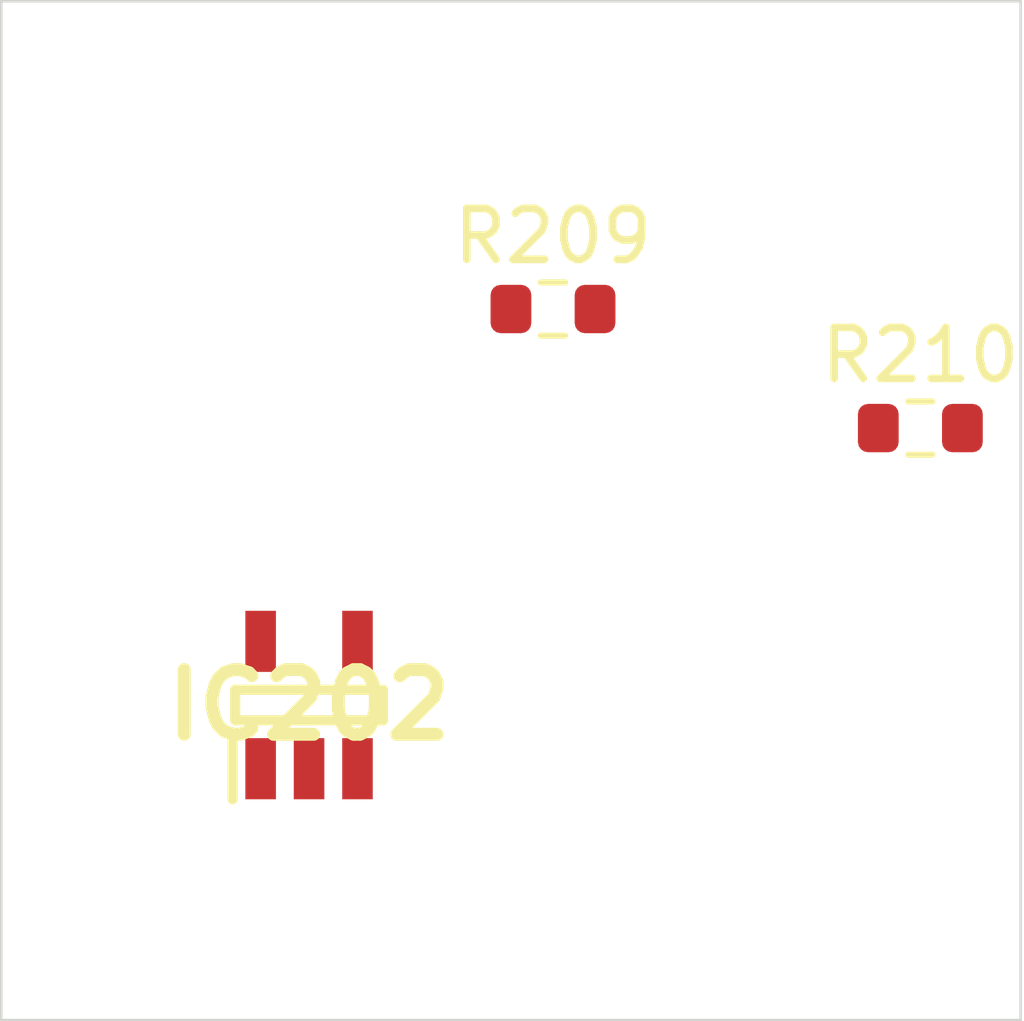
<source format=kicad_pcb>
 ( kicad_pcb  ( version 20171130 )
 ( host pcbnew 5.1.12-84ad8e8a86~92~ubuntu18.04.1 )
 ( general  ( thickness 1.6 )
 ( drawings 4 )
 ( tracks 0 )
 ( zones 0 )
 ( modules 3 )
 ( nets 5 )
)
 ( page A4 )
 ( layers  ( 0 F.Cu signal )
 ( 31 B.Cu signal )
 ( 32 B.Adhes user )
 ( 33 F.Adhes user )
 ( 34 B.Paste user )
 ( 35 F.Paste user )
 ( 36 B.SilkS user )
 ( 37 F.SilkS user )
 ( 38 B.Mask user )
 ( 39 F.Mask user )
 ( 40 Dwgs.User user )
 ( 41 Cmts.User user )
 ( 42 Eco1.User user )
 ( 43 Eco2.User user )
 ( 44 Edge.Cuts user )
 ( 45 Margin user )
 ( 46 B.CrtYd user )
 ( 47 F.CrtYd user )
 ( 48 B.Fab user )
 ( 49 F.Fab user )
)
 ( setup  ( last_trace_width 0.25 )
 ( trace_clearance 0.2 )
 ( zone_clearance 0.508 )
 ( zone_45_only no )
 ( trace_min 0.2 )
 ( via_size 0.8 )
 ( via_drill 0.4 )
 ( via_min_size 0.4 )
 ( via_min_drill 0.3 )
 ( uvia_size 0.3 )
 ( uvia_drill 0.1 )
 ( uvias_allowed no )
 ( uvia_min_size 0.2 )
 ( uvia_min_drill 0.1 )
 ( edge_width 0.05 )
 ( segment_width 0.2 )
 ( pcb_text_width 0.3 )
 ( pcb_text_size 1.5 1.5 )
 ( mod_edge_width 0.12 )
 ( mod_text_size 1 1 )
 ( mod_text_width 0.15 )
 ( pad_size 1.524 1.524 )
 ( pad_drill 0.762 )
 ( pad_to_mask_clearance 0 )
 ( aux_axis_origin 0 0 )
 ( visible_elements FFFFFF7F )
 ( pcbplotparams  ( layerselection 0x010fc_ffffffff )
 ( usegerberextensions false )
 ( usegerberattributes true )
 ( usegerberadvancedattributes true )
 ( creategerberjobfile true )
 ( excludeedgelayer true )
 ( linewidth 0.100000 )
 ( plotframeref false )
 ( viasonmask false )
 ( mode 1 )
 ( useauxorigin false )
 ( hpglpennumber 1 )
 ( hpglpenspeed 20 )
 ( hpglpendiameter 15.000000 )
 ( psnegative false )
 ( psa4output false )
 ( plotreference true )
 ( plotvalue true )
 ( plotinvisibletext false )
 ( padsonsilk false )
 ( subtractmaskfromsilk false )
 ( outputformat 1 )
 ( mirror false )
 ( drillshape 1 )
 ( scaleselection 1 )
 ( outputdirectory "" )
)
)
 ( net 0 "" )
 ( net 1 GND )
 ( net 2 VDDA )
 ( net 3 /Sheet6235D886/vp )
 ( net 4 "Net-(IC202-Pad3)" )
 ( net_class Default "This is the default net class."  ( clearance 0.2 )
 ( trace_width 0.25 )
 ( via_dia 0.8 )
 ( via_drill 0.4 )
 ( uvia_dia 0.3 )
 ( uvia_drill 0.1 )
 ( add_net /Sheet6235D886/vp )
 ( add_net GND )
 ( add_net "Net-(IC202-Pad3)" )
 ( add_net VDDA )
)
 ( module SOT95P280X145-5N locked  ( layer F.Cu )
 ( tedit 62336ED7 )
 ( tstamp 623423ED )
 ( at 86.038900 113.815000 90.000000 )
 ( descr DBV0005A )
 ( tags "Integrated Circuit" )
 ( path /6235D887/6266C08E )
 ( attr smd )
 ( fp_text reference IC202  ( at 0 0 )
 ( layer F.SilkS )
 ( effects  ( font  ( size 1.27 1.27 )
 ( thickness 0.254 )
)
)
)
 ( fp_text value TL071HIDBVR  ( at 0 0 )
 ( layer F.SilkS )
hide  ( effects  ( font  ( size 1.27 1.27 )
 ( thickness 0.254 )
)
)
)
 ( fp_line  ( start -1.85 -1.5 )
 ( end -0.65 -1.5 )
 ( layer F.SilkS )
 ( width 0.2 )
)
 ( fp_line  ( start -0.3 1.45 )
 ( end -0.3 -1.45 )
 ( layer F.SilkS )
 ( width 0.2 )
)
 ( fp_line  ( start 0.3 1.45 )
 ( end -0.3 1.45 )
 ( layer F.SilkS )
 ( width 0.2 )
)
 ( fp_line  ( start 0.3 -1.45 )
 ( end 0.3 1.45 )
 ( layer F.SilkS )
 ( width 0.2 )
)
 ( fp_line  ( start -0.3 -1.45 )
 ( end 0.3 -1.45 )
 ( layer F.SilkS )
 ( width 0.2 )
)
 ( fp_line  ( start -0.8 -0.5 )
 ( end 0.15 -1.45 )
 ( layer Dwgs.User )
 ( width 0.1 )
)
 ( fp_line  ( start -0.8 1.45 )
 ( end -0.8 -1.45 )
 ( layer Dwgs.User )
 ( width 0.1 )
)
 ( fp_line  ( start 0.8 1.45 )
 ( end -0.8 1.45 )
 ( layer Dwgs.User )
 ( width 0.1 )
)
 ( fp_line  ( start 0.8 -1.45 )
 ( end 0.8 1.45 )
 ( layer Dwgs.User )
 ( width 0.1 )
)
 ( fp_line  ( start -0.8 -1.45 )
 ( end 0.8 -1.45 )
 ( layer Dwgs.User )
 ( width 0.1 )
)
 ( fp_line  ( start -2.1 1.775 )
 ( end -2.1 -1.775 )
 ( layer Dwgs.User )
 ( width 0.05 )
)
 ( fp_line  ( start 2.1 1.775 )
 ( end -2.1 1.775 )
 ( layer Dwgs.User )
 ( width 0.05 )
)
 ( fp_line  ( start 2.1 -1.775 )
 ( end 2.1 1.775 )
 ( layer Dwgs.User )
 ( width 0.05 )
)
 ( fp_line  ( start -2.1 -1.775 )
 ( end 2.1 -1.775 )
 ( layer Dwgs.User )
 ( width 0.05 )
)
 ( pad 1 smd rect  ( at -1.25 -0.95 180.000000 )
 ( size 0.6 1.2 )
 ( layers F.Cu F.Mask F.Paste )
 ( net 3 /Sheet6235D886/vp )
)
 ( pad 2 smd rect  ( at -1.25 0 180.000000 )
 ( size 0.6 1.2 )
 ( layers F.Cu F.Mask F.Paste )
 ( net 1 GND )
)
 ( pad 3 smd rect  ( at -1.25 0.95 180.000000 )
 ( size 0.6 1.2 )
 ( layers F.Cu F.Mask F.Paste )
 ( net 4 "Net-(IC202-Pad3)" )
)
 ( pad 4 smd rect  ( at 1.25 0.95 180.000000 )
 ( size 0.6 1.2 )
 ( layers F.Cu F.Mask F.Paste )
 ( net 3 /Sheet6235D886/vp )
)
 ( pad 5 smd rect  ( at 1.25 -0.95 180.000000 )
 ( size 0.6 1.2 )
 ( layers F.Cu F.Mask F.Paste )
 ( net 2 VDDA )
)
)
 ( module Resistor_SMD:R_0603_1608Metric  ( layer F.Cu )
 ( tedit 5F68FEEE )
 ( tstamp 62342595 )
 ( at 90.824900 106.041000 )
 ( descr "Resistor SMD 0603 (1608 Metric), square (rectangular) end terminal, IPC_7351 nominal, (Body size source: IPC-SM-782 page 72, https://www.pcb-3d.com/wordpress/wp-content/uploads/ipc-sm-782a_amendment_1_and_2.pdf), generated with kicad-footprint-generator" )
 ( tags resistor )
 ( path /6235D887/623CDBD9 )
 ( attr smd )
 ( fp_text reference R209  ( at 0 -1.43 )
 ( layer F.SilkS )
 ( effects  ( font  ( size 1 1 )
 ( thickness 0.15 )
)
)
)
 ( fp_text value 100k  ( at 0 1.43 )
 ( layer F.Fab )
 ( effects  ( font  ( size 1 1 )
 ( thickness 0.15 )
)
)
)
 ( fp_line  ( start -0.8 0.4125 )
 ( end -0.8 -0.4125 )
 ( layer F.Fab )
 ( width 0.1 )
)
 ( fp_line  ( start -0.8 -0.4125 )
 ( end 0.8 -0.4125 )
 ( layer F.Fab )
 ( width 0.1 )
)
 ( fp_line  ( start 0.8 -0.4125 )
 ( end 0.8 0.4125 )
 ( layer F.Fab )
 ( width 0.1 )
)
 ( fp_line  ( start 0.8 0.4125 )
 ( end -0.8 0.4125 )
 ( layer F.Fab )
 ( width 0.1 )
)
 ( fp_line  ( start -0.237258 -0.5225 )
 ( end 0.237258 -0.5225 )
 ( layer F.SilkS )
 ( width 0.12 )
)
 ( fp_line  ( start -0.237258 0.5225 )
 ( end 0.237258 0.5225 )
 ( layer F.SilkS )
 ( width 0.12 )
)
 ( fp_line  ( start -1.48 0.73 )
 ( end -1.48 -0.73 )
 ( layer F.CrtYd )
 ( width 0.05 )
)
 ( fp_line  ( start -1.48 -0.73 )
 ( end 1.48 -0.73 )
 ( layer F.CrtYd )
 ( width 0.05 )
)
 ( fp_line  ( start 1.48 -0.73 )
 ( end 1.48 0.73 )
 ( layer F.CrtYd )
 ( width 0.05 )
)
 ( fp_line  ( start 1.48 0.73 )
 ( end -1.48 0.73 )
 ( layer F.CrtYd )
 ( width 0.05 )
)
 ( fp_text user %R  ( at 0 0 )
 ( layer F.Fab )
 ( effects  ( font  ( size 0.4 0.4 )
 ( thickness 0.06 )
)
)
)
 ( pad 1 smd roundrect  ( at -0.825 0 )
 ( size 0.8 0.95 )
 ( layers F.Cu F.Mask F.Paste )
 ( roundrect_rratio 0.25 )
 ( net 2 VDDA )
)
 ( pad 2 smd roundrect  ( at 0.825 0 )
 ( size 0.8 0.95 )
 ( layers F.Cu F.Mask F.Paste )
 ( roundrect_rratio 0.25 )
 ( net 4 "Net-(IC202-Pad3)" )
)
 ( model ${KISYS3DMOD}/Resistor_SMD.3dshapes/R_0603_1608Metric.wrl  ( at  ( xyz 0 0 0 )
)
 ( scale  ( xyz 1 1 1 )
)
 ( rotate  ( xyz 0 0 0 )
)
)
)
 ( module Resistor_SMD:R_0603_1608Metric  ( layer F.Cu )
 ( tedit 5F68FEEE )
 ( tstamp 623425A6 )
 ( at 98.032600 108.378000 )
 ( descr "Resistor SMD 0603 (1608 Metric), square (rectangular) end terminal, IPC_7351 nominal, (Body size source: IPC-SM-782 page 72, https://www.pcb-3d.com/wordpress/wp-content/uploads/ipc-sm-782a_amendment_1_and_2.pdf), generated with kicad-footprint-generator" )
 ( tags resistor )
 ( path /6235D887/623CDBDF )
 ( attr smd )
 ( fp_text reference R210  ( at 0 -1.43 )
 ( layer F.SilkS )
 ( effects  ( font  ( size 1 1 )
 ( thickness 0.15 )
)
)
)
 ( fp_text value 100k  ( at 0 1.43 )
 ( layer F.Fab )
 ( effects  ( font  ( size 1 1 )
 ( thickness 0.15 )
)
)
)
 ( fp_line  ( start 1.48 0.73 )
 ( end -1.48 0.73 )
 ( layer F.CrtYd )
 ( width 0.05 )
)
 ( fp_line  ( start 1.48 -0.73 )
 ( end 1.48 0.73 )
 ( layer F.CrtYd )
 ( width 0.05 )
)
 ( fp_line  ( start -1.48 -0.73 )
 ( end 1.48 -0.73 )
 ( layer F.CrtYd )
 ( width 0.05 )
)
 ( fp_line  ( start -1.48 0.73 )
 ( end -1.48 -0.73 )
 ( layer F.CrtYd )
 ( width 0.05 )
)
 ( fp_line  ( start -0.237258 0.5225 )
 ( end 0.237258 0.5225 )
 ( layer F.SilkS )
 ( width 0.12 )
)
 ( fp_line  ( start -0.237258 -0.5225 )
 ( end 0.237258 -0.5225 )
 ( layer F.SilkS )
 ( width 0.12 )
)
 ( fp_line  ( start 0.8 0.4125 )
 ( end -0.8 0.4125 )
 ( layer F.Fab )
 ( width 0.1 )
)
 ( fp_line  ( start 0.8 -0.4125 )
 ( end 0.8 0.4125 )
 ( layer F.Fab )
 ( width 0.1 )
)
 ( fp_line  ( start -0.8 -0.4125 )
 ( end 0.8 -0.4125 )
 ( layer F.Fab )
 ( width 0.1 )
)
 ( fp_line  ( start -0.8 0.4125 )
 ( end -0.8 -0.4125 )
 ( layer F.Fab )
 ( width 0.1 )
)
 ( fp_text user %R  ( at 0 0 )
 ( layer F.Fab )
 ( effects  ( font  ( size 0.4 0.4 )
 ( thickness 0.06 )
)
)
)
 ( pad 2 smd roundrect  ( at 0.825 0 )
 ( size 0.8 0.95 )
 ( layers F.Cu F.Mask F.Paste )
 ( roundrect_rratio 0.25 )
 ( net 1 GND )
)
 ( pad 1 smd roundrect  ( at -0.825 0 )
 ( size 0.8 0.95 )
 ( layers F.Cu F.Mask F.Paste )
 ( roundrect_rratio 0.25 )
 ( net 4 "Net-(IC202-Pad3)" )
)
 ( model ${KISYS3DMOD}/Resistor_SMD.3dshapes/R_0603_1608Metric.wrl  ( at  ( xyz 0 0 0 )
)
 ( scale  ( xyz 1 1 1 )
)
 ( rotate  ( xyz 0 0 0 )
)
)
)
 ( gr_line  ( start 100 100 )
 ( end 100 120 )
 ( layer Edge.Cuts )
 ( width 0.05 )
 ( tstamp 62E770C4 )
)
 ( gr_line  ( start 80 120 )
 ( end 100 120 )
 ( layer Edge.Cuts )
 ( width 0.05 )
 ( tstamp 62E770C0 )
)
 ( gr_line  ( start 80 100 )
 ( end 100 100 )
 ( layer Edge.Cuts )
 ( width 0.05 )
 ( tstamp 6234110C )
)
 ( gr_line  ( start 80 100 )
 ( end 80 120 )
 ( layer Edge.Cuts )
 ( width 0.05 )
)
)

</source>
